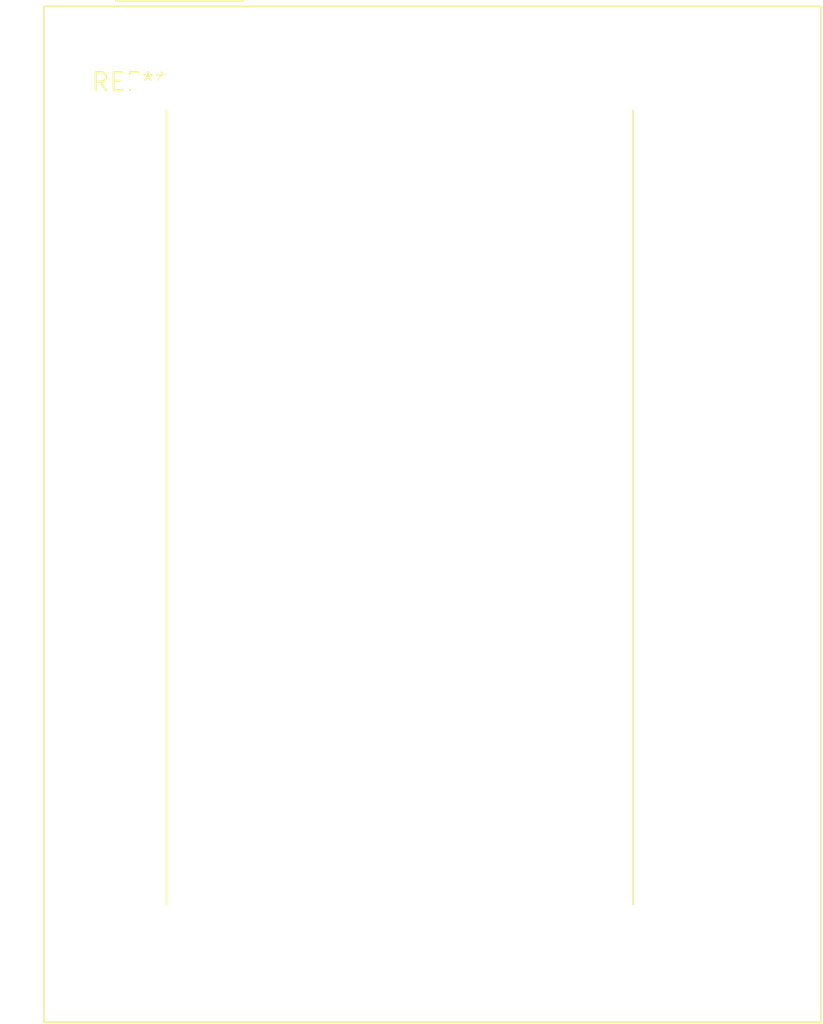
<source format=kicad_pcb>
(kicad_pcb (version 20240108) (generator pcbnew)
  (layers (0 "F.Cu" signal) (31 "B.Cu" signal) (34 "B.Paste" user) (35 "F.Paste" user) (36 "B.SilkS" user "B.Silkscreen") (37 "F.SilkS" user "F.Silkscreen") (38 "B.Mask" user) (39 "F.Mask" user) (44 "Edge.Cuts" user))
  (net 0 "")
  (footprint "EA-eDIP128B-XXX" (layer "F.Cu") (at 0 0)
    (property "Reference" "REF**")
    (property "Value" "EA-eDIP128B-XXX")
    (fp_line (start -6.07 -5.34) (end 48.77 -5.34) (layer "F.SilkS") (stroke (width 0.12)))
    (fp_line (start -6.07 66.3) (end -6.07 -5.34) (layer "F.SilkS") (stroke (width 0.12)))
    (fp_line (start -1 -5.72) (end 8 -5.72) (layer "F.SilkS") (stroke (width 0.12)))
    (fp_line (start 2.58 58) (end 2.58 2) (layer "F.SilkS") (stroke (width 0.12)))
    (fp_line (start 35.52 2) (end 35.52 58) (layer "F.SilkS") (stroke (width 0.12)))
    (fp_line (start 48.77 -5.34) (end 48.77 66.3) (layer "F.SilkS") (stroke (width 0.12)))
    (fp_line (start 48.77 66.3) (end -6.07 66.3) (layer "F.SilkS") (stroke (width 0.12)))
    (pad "1" thru_hole rect (at 0 0) (size 1.5 1.5) (drill 1) (layers *.Cu *.Mask) (remove_unused_layers))
    (pad "2" thru_hole circle (at 2.54 0) (size 1.5 1.5) (drill 1) (layers *.Cu *.Mask) (remove_unused_layers))
    (pad "3" thru_hole circle (at 5.08 0) (size 1.5 1.5) (drill 1) (layers *.Cu *.Mask) (remove_unused_layers))
    (pad "4" thru_hole circle (at 7.62 0) (size 1.5 1.5) (drill 1) (layers *.Cu *.Mask) (remove_unused_layers))
    (pad "5" thru_hole circle (at 10.16 0) (size 1.5 1.5) (drill 1) (layers *.Cu *.Mask) (remove_unused_layers))
    (pad "6" thru_hole circle (at 12.7 0) (size 1.5 1.5) (drill 1) (layers *.Cu *.Mask) (remove_unused_layers))
    (pad "7" thru_hole circle (at 15.24 0) (size 1.5 1.5) (drill 1) (layers *.Cu *.Mask) (remove_unused_layers))
    (pad "8" thru_hole circle (at 17.78 0) (size 1.5 1.5) (drill 1) (layers *.Cu *.Mask) (remove_unused_layers))
    (pad "9" thru_hole circle (at 20.32 0) (size 1.5 1.5) (drill 1) (layers *.Cu *.Mask) (remove_unused_layers))
    (pad "10" thru_hole circle (at 22.86 0) (size 1.5 1.5) (drill 1) (layers *.Cu *.Mask) (remove_unused_layers))
    (pad "11" thru_hole circle (at 25.4 0) (size 1.5 1.5) (drill 1) (layers *.Cu *.Mask) (remove_unused_layers))
    (pad "12" thru_hole circle (at 27.94 0) (size 1.5 1.5) (drill 1) (layers *.Cu *.Mask) (remove_unused_layers))
    (pad "13" thru_hole circle (at 30.48 0) (size 1.5 1.5) (drill 1) (layers *.Cu *.Mask) (remove_unused_layers))
    (pad "14" thru_hole circle (at 33.02 0) (size 1.5 1.5) (drill 1) (layers *.Cu *.Mask) (remove_unused_layers))
    (pad "15" thru_hole circle (at 35.56 0) (size 1.5 1.5) (drill 1) (layers *.Cu *.Mask) (remove_unused_layers))
    (pad "16" thru_hole circle (at 38.1 0) (size 1.5 1.5) (drill 1) (layers *.Cu *.Mask) (remove_unused_layers))
    (pad "17" thru_hole circle (at 38.1 60.96) (size 1.5 1.5) (drill 1) (layers *.Cu *.Mask) (remove_unused_layers))
    (pad "18" thru_hole circle (at 35.56 60.96) (size 1.5 1.5) (drill 1) (layers *.Cu *.Mask) (remove_unused_layers))
    (pad "19" thru_hole circle (at 33.02 60.96) (size 1.5 1.5) (drill 1) (layers *.Cu *.Mask) (remove_unused_layers))
    (pad "20" thru_hole circle (at 30.48 60.96) (size 1.5 1.5) (drill 1) (layers *.Cu *.Mask) (remove_unused_layers))
    (pad "21" thru_hole circle (at 27.94 60.96) (size 1.5 1.5) (drill 1) (layers *.Cu *.Mask) (remove_unused_layers))
    (pad "22" thru_hole circle (at 25.4 60.96) (size 1.5 1.5) (drill 1) (layers *.Cu *.Mask) (remove_unused_layers))
    (pad "23" thru_hole circle (at 22.86 60.96) (size 1.5 1.5) (drill 1) (layers *.Cu *.Mask) (remove_unused_layers))
    (pad "24" thru_hole circle (at 20.32 60.96) (size 1.5 1.5) (drill 1) (layers *.Cu *.Mask) (remove_unused_layers))
    (pad "25" thru_hole circle (at 17.78 60.96) (size 1.5 1.5) (drill 1) (layers *.Cu *.Mask) (remove_unused_layers))
    (pad "26" thru_hole circle (at 15.24 60.96) (size 1.5 1.5) (drill 1) (layers *.Cu *.Mask) (remove_unused_layers))
    (pad "27" thru_hole circle (at 12.7 60.96) (size 1.5 1.5) (drill 1) (layers *.Cu *.Mask) (remove_unused_layers))
    (pad "28" thru_hole circle (at 10.16 60.96) (size 1.5 1.5) (drill 1) (layers *.Cu *.Mask) (remove_unused_layers))
    (pad "29" thru_hole circle (at 7.62 60.96) (size 1.5 1.5) (drill 1) (layers *.Cu *.Mask) (remove_unused_layers))
    (pad "30" thru_hole circle (at 5.08 60.96) (size 1.5 1.5) (drill 1) (layers *.Cu *.Mask) (remove_unused_layers))
    (pad "31" thru_hole circle (at 2.54 60.96) (size 1.5 1.5) (drill 1) (layers *.Cu *.Mask) (remove_unused_layers))
    (pad "32" thru_hole circle (at 0 60.96) (size 1.5 1.5) (drill 1) (layers *.Cu *.Mask) (remove_unused_layers))
  )
)
</source>
